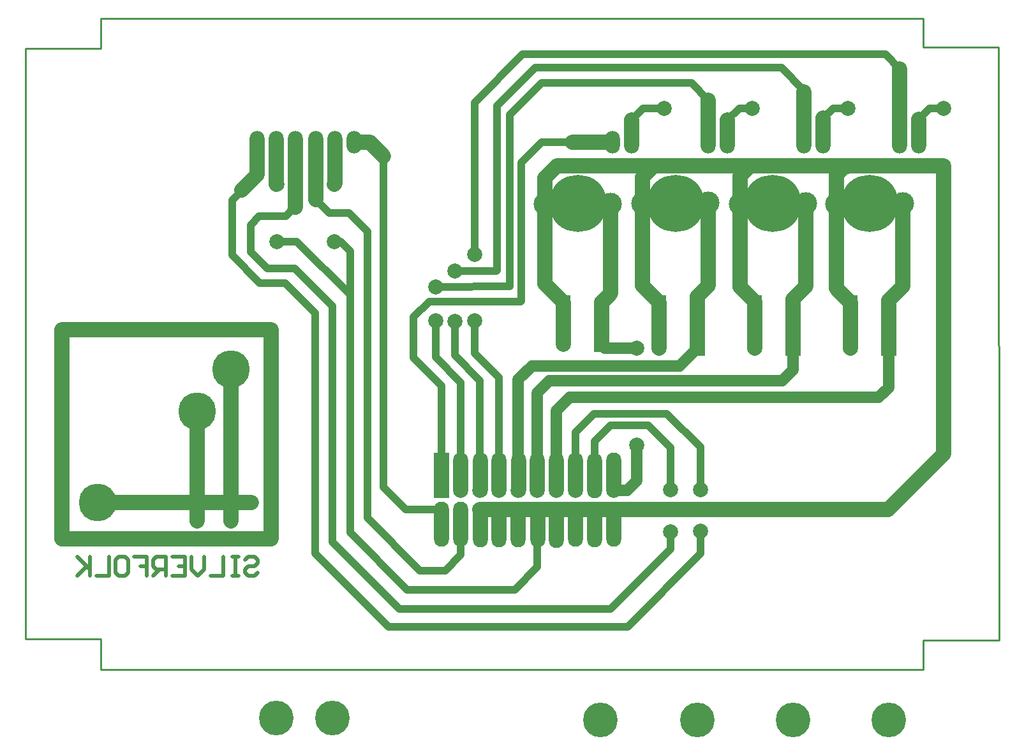
<source format=gbl>
%FSLAX42Y42*%
%MOMM*%
G71*
G01*
G75*
G04 Layer_Physical_Order=2*
%ADD10C,7.60*%
%ADD11C,2.00*%
%ADD12C,1.00*%
%ADD13C,1.00*%
%ADD14C,1.50*%
%ADD15C,0.55*%
%ADD16C,5.00*%
%ADD17O,2.00X3.00*%
%ADD18O,2.00X6.00*%
%ADD19R,2.00X6.00*%
%ADD20C,3.00*%
%ADD21C,2.00*%
%ADD22R,2.00X2.00*%
%ADD23C,1.85*%
%ADD24R,1.85X1.85*%
%ADD25C,4.60*%
%ADD26C,0.25*%
D10*
X14519Y9431D02*
D03*
X13236D02*
D03*
X11943Y9436D02*
D03*
X10650Y9431D02*
D03*
D11*
X5591Y5217D02*
Y6670D01*
X6579Y4978D02*
X6581Y7757D01*
X3800Y4976D02*
X6579Y4978D01*
X3800Y4976D02*
X3802Y7757D01*
X6581D01*
X4275Y5461D02*
X6317D01*
X6043Y5217D02*
Y7234D01*
X6391Y9817D02*
Y10244D01*
X6899Y9380D02*
Y10244D01*
X14920D02*
Y11222D01*
X13650Y10244D02*
Y10917D01*
X12380Y10244D02*
Y10808D01*
X10571Y10244D02*
X11110D01*
X6185Y9611D02*
X6391Y9817D01*
X10963Y7566D02*
Y8120D01*
X14773Y7515D02*
Y8146D01*
X13503Y7515D02*
Y8164D01*
X12233Y7515D02*
Y8194D01*
X9347Y5370D02*
X14768D01*
X15504Y6106D02*
Y9931D01*
X7168Y9487D02*
Y10244D01*
X7422Y9695D02*
Y10244D01*
X7412Y9685D02*
X7422Y9695D01*
X7168Y10046D02*
Y10244D01*
X6645Y9690D02*
Y10244D01*
X11082Y8240D02*
Y9428D01*
X10959Y8116D02*
X11082Y8240D01*
X14082Y8303D02*
X14269Y8116D01*
X14082Y8303D02*
Y9428D01*
X12802Y8321D02*
X12995Y8128D01*
X10211Y8364D02*
Y9769D01*
X12377Y8339D02*
X12380Y9441D01*
X12799Y8323D02*
Y9403D01*
X7676Y10244D02*
X7887D01*
X8070Y10061D01*
X10373Y9931D02*
X15504D01*
X11504Y9776D02*
X11659Y9931D01*
X11504Y9434D02*
Y9776D01*
X10211Y8364D02*
X10455Y8120D01*
X10211Y9769D02*
X10373Y9931D01*
X14082Y9817D02*
X14196Y9931D01*
X14082Y9428D02*
Y9817D01*
X12802Y9799D02*
X12934Y9931D01*
X12802Y9428D02*
Y9799D01*
X10455Y7566D02*
Y8120D01*
X14768Y5370D02*
X15504Y6106D01*
X15174Y10244D02*
Y10554D01*
X13904Y10244D02*
Y10564D01*
X12634Y10244D02*
Y10538D01*
X11364Y10244D02*
Y10544D01*
X12999Y7511D02*
Y8124D01*
X11504Y8341D02*
Y9434D01*
X14269Y7511D02*
Y8116D01*
X11725Y7515D02*
Y8120D01*
X11504Y8341D02*
X11725Y8120D01*
X14956Y8329D02*
Y9431D01*
X13668Y8329D02*
X13673Y9434D01*
X14773Y8146D02*
X14956Y8329D01*
X13503Y8164D02*
X13668Y8329D01*
X12233Y8194D02*
X12377Y8339D01*
D12*
X3782Y5085D02*
D03*
D13*
X10617Y5624D02*
Y6396D01*
X12271Y5629D02*
Y6200D01*
X12276Y4783D02*
Y5080D01*
X7165Y4788D02*
X8138Y3815D01*
X11308D01*
X12276Y4783D01*
X10864Y6642D02*
X11829D01*
X10617Y6396D02*
X10864Y6642D01*
X11829D02*
X12271Y6200D01*
X10871Y5624D02*
Y6271D01*
X11875Y5631D02*
Y6190D01*
Y4841D02*
Y5072D01*
X8278Y4051D02*
X11085D01*
X7394Y4935D02*
X8278Y4051D01*
X11085D02*
X11875Y4841D01*
X11085Y6485D02*
X11580D01*
X10871Y6271D02*
X11085Y6485D01*
X11580D02*
X11875Y6190D01*
X9601Y5624D02*
Y7120D01*
X9274Y8758D02*
Y10770D01*
Y7447D02*
Y7871D01*
X14729Y11412D02*
X14920Y11222D01*
X9916Y11412D02*
X14729D01*
X9274Y10770D02*
X9916Y11412D01*
X9274Y7447D02*
X9601Y7120D01*
X9347Y5624D02*
Y7082D01*
X9014Y7414D02*
X9347Y7082D01*
X9014Y8537D02*
X9563D01*
X9014Y7414D02*
Y7866D01*
X9571Y10724D02*
X10084Y11237D01*
X9571Y8545D02*
Y10724D01*
X9563Y8537D02*
X9571Y8545D01*
X9093Y5624D02*
Y7054D01*
X8758Y8326D02*
X9738Y8334D01*
X8758Y7389D02*
Y7871D01*
Y7389D02*
X9093Y7054D01*
X13650Y10917D02*
Y10935D01*
X10084Y11237D02*
X13348D01*
X13650Y10935D01*
X12159Y11029D02*
X12380Y10808D01*
X10163Y11029D02*
X12159D01*
X9741Y10607D02*
X10163Y11029D01*
X9741Y8336D02*
Y10607D01*
X9738Y8334D02*
X9741Y8336D01*
X8839Y5624D02*
Y7013D01*
X8679Y8133D02*
X9891D01*
X8468Y7922D02*
X8679Y8133D01*
X8468Y7384D02*
Y7922D01*
Y7384D02*
X8839Y7013D01*
X10165Y10244D02*
X10571D01*
X9891Y8133D02*
X9893Y8136D01*
Y9972D01*
X10165Y10244D01*
X6185Y9601D02*
Y9611D01*
X7165Y4788D02*
Y7973D01*
X6764Y8374D02*
X7165Y7973D01*
X6426Y8374D02*
X6764D01*
X6058Y8743D02*
X6426Y8374D01*
X6058Y8743D02*
Y9474D01*
X6185Y9601D01*
X6886Y9380D02*
X6899D01*
X7394Y4935D02*
Y8072D01*
X6894Y8572D02*
X7394Y8072D01*
X6523Y8572D02*
X6894D01*
X6302Y8793D02*
X6523Y8572D01*
X6302Y8793D02*
Y9149D01*
X6419Y9266D01*
X6772D01*
X6886Y9380D01*
X14769Y7511D02*
X14773Y7515D01*
X13499Y7511D02*
X13503Y7515D01*
X10109Y4605D02*
Y5370D01*
X7623Y5065D02*
Y8801D01*
X6650Y8923D02*
X6919D01*
X7623Y8219D01*
X9855Y5370D02*
X10363D01*
X7412Y8923D02*
X7501D01*
X9809Y4305D02*
X10109Y4605D01*
X8382Y4305D02*
X9809D01*
X7623Y5065D02*
X8382Y4305D01*
X7501Y8923D02*
X7623Y8801D01*
X9093Y4768D02*
Y5370D01*
X9091Y5367D02*
X9093Y5370D01*
X7607Y9307D02*
X7854Y9060D01*
Y5258D02*
Y9060D01*
X8885Y4559D02*
X9093Y4768D01*
X8552Y4559D02*
X8885D01*
X7854Y5258D02*
X8552Y4559D01*
X7348Y9307D02*
X7607D01*
X7168Y9487D02*
X7348Y9307D01*
X6645Y9690D02*
X6650Y9685D01*
X9347Y5370D02*
X9601D01*
X8362D02*
X8839D01*
X8070Y5662D02*
X8362Y5370D01*
X8070Y5662D02*
Y10061D01*
X14234Y9876D02*
Y9931D01*
X10455Y7566D02*
X10459Y7562D01*
X15314Y10693D02*
X15504D01*
X14034D02*
X14234D01*
X12789D02*
X12964D01*
X11514D02*
X11796D01*
X12233Y8120D02*
Y8194D01*
X13503Y8120D02*
Y8164D01*
X14773Y8120D02*
Y8146D01*
X11725Y7515D02*
X11729Y7511D01*
X11725Y7515D02*
X11729Y7511D01*
X12995Y7515D02*
X12999Y7511D01*
X12995Y7515D02*
X12999Y7511D01*
X12993Y8119D02*
X12995Y8120D01*
X12993Y8119D02*
X12995Y8120D01*
X11725Y7515D02*
X11729Y7511D01*
X12995Y7515D02*
X12999Y7511D01*
X12993Y8119D02*
X12995Y8120D01*
X14265D02*
X14269Y8116D01*
X12993Y8119D02*
X12995Y8120D01*
Y8128D01*
Y8118D02*
Y8120D01*
Y7515D02*
X12999Y7511D01*
X11725Y7515D02*
X11729Y7511D01*
X10617Y5370D02*
X10871D01*
X10363D02*
X10617D01*
X9601D02*
X9855D01*
X14773Y8120D02*
Y8146D01*
X13503Y8120D02*
Y8164D01*
X12233Y8120D02*
Y8194D01*
X11514Y10693D02*
X11796D01*
X11364Y10244D02*
Y10544D01*
X12789Y10693D02*
X12964D01*
X12634Y10244D02*
Y10538D01*
X14034Y10693D02*
X14234D01*
X13904Y10244D02*
Y10564D01*
X15314Y10693D02*
X15504D01*
X15174Y10244D02*
Y10554D01*
X15314Y10693D01*
X13904Y10564D02*
X14034Y10693D01*
X12634Y10538D02*
X12789Y10693D01*
X11364Y10544D02*
X11514Y10693D01*
D14*
X11430Y5753D02*
Y6226D01*
X11007Y7513D02*
X11430D01*
X11125Y5624D02*
X11300D01*
X11430Y5753D01*
X10959Y7562D02*
X11007Y7513D01*
X10959Y7562D02*
X10963Y7566D01*
X10363Y5624D02*
Y6683D01*
X14769Y6986D02*
Y7511D01*
X14641Y6858D02*
X14769Y6986D01*
X10538Y6858D02*
X14641D01*
X10363Y6683D02*
X10538Y6858D01*
X10109Y5624D02*
Y6916D01*
X13499Y7220D02*
Y7511D01*
X13358Y7079D02*
X13499Y7220D01*
X10272Y7079D02*
X13358D01*
X10109Y6916D02*
X10272Y7079D01*
X11992Y7275D02*
X12233Y7515D01*
X9855Y5624D02*
Y7094D01*
X10036Y7275D02*
X11992D01*
X9855Y7094D02*
X10036Y7275D01*
D15*
X6233Y4701D02*
X6275Y4743D01*
X6359D01*
X6401Y4701D01*
Y4659D01*
X6359Y4617D01*
X6275D01*
X6233Y4575D01*
Y4533D01*
X6275Y4491D01*
X6359D01*
X6401Y4533D01*
X6148Y4743D02*
X6064D01*
X6106D01*
Y4491D01*
X6148D01*
X6064D01*
X5938Y4743D02*
Y4491D01*
X5770D01*
X5686Y4743D02*
Y4575D01*
X5602Y4491D01*
X5518Y4575D01*
Y4743D01*
X5265D02*
X5434D01*
Y4491D01*
X5265D01*
X5434Y4617D02*
X5349D01*
X5181Y4491D02*
Y4743D01*
X5055D01*
X5013Y4701D01*
Y4617D01*
X5055Y4575D01*
X5181D01*
X5097D02*
X5013Y4491D01*
X4761Y4743D02*
X4929D01*
Y4617D01*
X4845D01*
X4929D01*
Y4491D01*
X4550Y4743D02*
X4635D01*
X4677Y4701D01*
Y4533D01*
X4635Y4491D01*
X4550D01*
X4508Y4533D01*
Y4701D01*
X4550Y4743D01*
X4424D02*
Y4491D01*
X4256D01*
X4172Y4743D02*
Y4491D01*
Y4575D01*
X4004Y4743D01*
X4130Y4617D01*
X4004Y4491D01*
D16*
X4275Y5461D02*
D03*
X5591Y6670D02*
D03*
X6043Y7234D02*
D03*
D17*
X6899Y10244D02*
D03*
X6645D02*
D03*
X15174D02*
D03*
X14920D02*
D03*
X13904D02*
D03*
X13650D02*
D03*
X12634D02*
D03*
X12380D02*
D03*
X7422D02*
D03*
X7676D02*
D03*
X7422D02*
D03*
X7168D02*
D03*
X6645D02*
D03*
X6391D02*
D03*
X11110D02*
D03*
X11364D02*
D03*
D18*
X9601Y5822D02*
D03*
X9350Y5827D02*
D03*
X9093Y5824D02*
D03*
X8839Y5174D02*
D03*
X9093D02*
D03*
X10871Y5814D02*
D03*
X10617Y5827D02*
D03*
X11123Y5829D02*
D03*
X9863Y5824D02*
D03*
X10109Y5822D02*
D03*
X10363D02*
D03*
X9350Y5166D02*
D03*
X9601D02*
D03*
X9855D02*
D03*
X10363Y5159D02*
D03*
X10112Y5166D02*
D03*
X10617Y5174D02*
D03*
X10871Y5166D02*
D03*
X11125Y5171D02*
D03*
D19*
X8839Y5829D02*
D03*
D20*
X11082Y9428D02*
D03*
X12380Y9441D02*
D03*
X13673Y9434D02*
D03*
X14956Y9431D02*
D03*
X14082Y9428D02*
D03*
X12802D02*
D03*
X11504Y9434D02*
D03*
X10211Y9428D02*
D03*
D21*
X10963Y8120D02*
D03*
X13503D02*
D03*
X14773D02*
D03*
X14265D02*
D03*
X12995Y8118D02*
D03*
X11725Y8120D02*
D03*
X10455D02*
D03*
X11125Y5370D02*
D03*
Y5624D02*
D03*
X10871Y5370D02*
D03*
Y5624D02*
D03*
X10617Y5370D02*
D03*
Y5624D02*
D03*
X10363Y5370D02*
D03*
Y5624D02*
D03*
X10109Y5370D02*
D03*
Y5624D02*
D03*
X9855Y5370D02*
D03*
Y5624D02*
D03*
X9601Y5370D02*
D03*
Y5624D02*
D03*
X9347Y5370D02*
D03*
Y5624D02*
D03*
X9093Y5370D02*
D03*
Y5624D02*
D03*
X8839Y5370D02*
D03*
X10459Y7562D02*
D03*
X11729Y7511D02*
D03*
X12999D02*
D03*
X14269D02*
D03*
X15504Y9931D02*
D03*
Y10693D02*
D03*
X14234Y9931D02*
D03*
Y10693D02*
D03*
X12964Y9931D02*
D03*
Y10693D02*
D03*
X11796Y9931D02*
D03*
Y10693D02*
D03*
X7412Y8923D02*
D03*
Y9685D02*
D03*
X6650Y8923D02*
D03*
Y9685D02*
D03*
X11875Y5072D02*
D03*
Y5631D02*
D03*
X12276Y5080D02*
D03*
X12271Y5629D02*
D03*
X8758Y8326D02*
D03*
Y7871D02*
D03*
X9274D02*
D03*
Y8758D02*
D03*
X9014Y7866D02*
D03*
Y8537D02*
D03*
X11430Y6226D02*
D03*
Y7513D02*
D03*
D22*
X8839Y5624D02*
D03*
X10959Y7562D02*
D03*
X12229Y7511D02*
D03*
X13499D02*
D03*
X14769D02*
D03*
D23*
X14773Y8120D02*
D03*
X13503D02*
D03*
X12233D02*
D03*
X10963D02*
D03*
D24*
X14265D02*
D03*
X12995D02*
D03*
X11725D02*
D03*
X10455D02*
D03*
D25*
X7394Y2601D02*
D03*
X6645D02*
D03*
X14773Y2578D02*
D03*
X13503D02*
D03*
X12233D02*
D03*
X10950D02*
D03*
D26*
X16231Y11506D02*
X16236Y3637D01*
X15227D02*
X16236D01*
X15227Y3246D02*
Y3637D01*
Y11506D02*
X16231D01*
X15227D02*
Y11887D01*
X4318D02*
X15227D01*
X4318Y11493D02*
Y11887D01*
X3315Y11493D02*
X4318D01*
X3315D02*
X3317Y3650D01*
X4318Y3246D02*
Y3650D01*
X3317D02*
X4318D01*
Y3246D02*
X15227D01*
M02*

</source>
